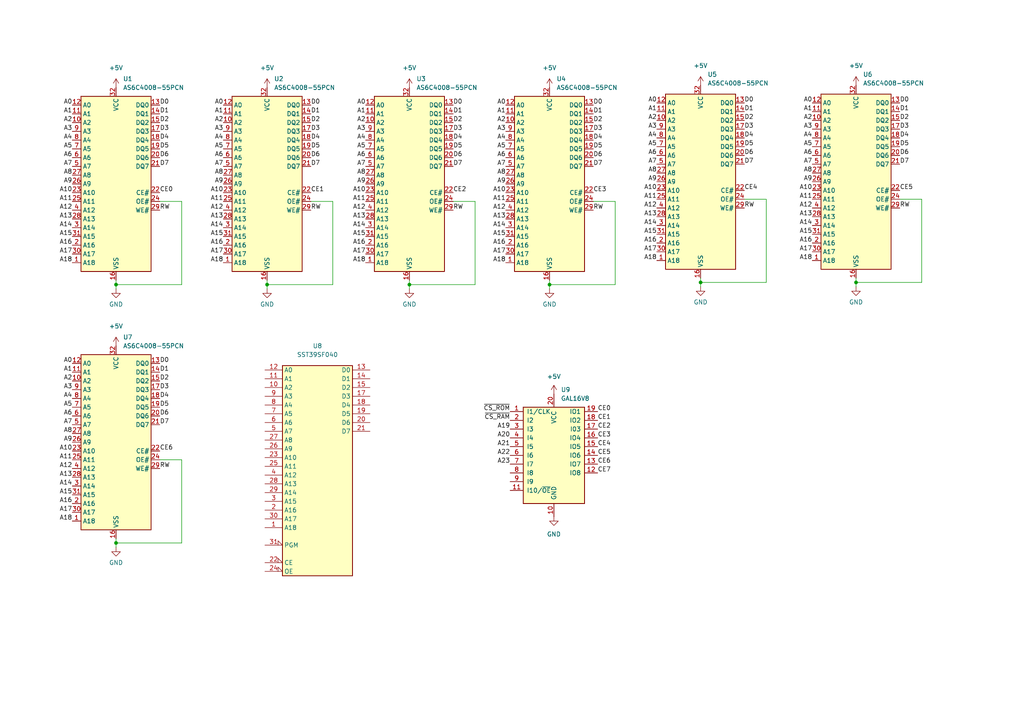
<source format=kicad_sch>
(kicad_sch (version 20211123) (generator eeschema)
  (paper "A4")
  (lib_symbols
    (symbol "Connector_Generic:Conn_02x10_Odd_Even" (pin_names (offset 1.016) hide)
      (property "Reference" "J" (at 1.27 12.7 0))
      (property "Value" "Conn_02x10_Odd_Even" (at 1.27 -15.24 0))
      (symbol "Conn_02x10_Odd_Even_1_1"
        (rectangle (start -1.27 -12.573) (end 0 -12.827) (stroke (width 0.1524)))
        (rectangle (start -1.27 -10.033) (end 0 -10.287) (stroke (width 0.1524)))
        (rectangle (start -1.27 -7.493) (end 0 -7.747) (stroke (width 0.1524)))
        (rectangle (start -1.27 -4.953) (end 0 -5.207) (stroke (width 0.1524)))
        (rectangle (start -1.27 -2.413) (end 0 -2.667) (stroke (width 0.1524)))
        (rectangle (start -1.27 0.127) (end 0 -0.127) (stroke (width 0.1524)))
        (rectangle (start -1.27 2.667) (end 0 2.413) (stroke (width 0.1524)))
        (rectangle (start -1.27 5.207) (end 0 4.953) (stroke (width 0.1524)))
        (rectangle (start -1.27 7.747) (end 0 7.493) (stroke (width 0.1524)))
        (rectangle (start -1.27 10.287) (end 0 10.033) (stroke (width 0.1524)))
        (rectangle (start -1.27 11.43) (end 3.81 -13.97) (stroke (width 0.254)) (fill (type background)))
        (rectangle (start 3.81 -12.573) (end 2.54 -12.827) (stroke (width 0.1524)))
        (rectangle (start 3.81 -10.033) (end 2.54 -10.287) (stroke (width 0.1524)))
        (rectangle (start 3.81 -7.493) (end 2.54 -7.747) (stroke (width 0.1524)))
        (rectangle (start 3.81 -4.953) (end 2.54 -5.207) (stroke (width 0.1524)))
        (rectangle (start 3.81 -2.413) (end 2.54 -2.667) (stroke (width 0.1524)))
        (rectangle (start 3.81 0.127) (end 2.54 -0.127) (stroke (width 0.1524)))
        (rectangle (start 3.81 2.667) (end 2.54 2.413) (stroke (width 0.1524)))
        (rectangle (start 3.81 5.207) (end 2.54 4.953) (stroke (width 0.1524)))
        (rectangle (start 3.81 7.747) (end 2.54 7.493) (stroke (width 0.1524)))
        (rectangle (start 3.81 10.287) (end 2.54 10.033) (stroke (width 0.1524)))
        (pin passive line (at -5.08 10.16 0) (length 3.81) (name "Pin_1") (number "1"))
        (pin passive line (at 7.62 0 180) (length 3.81) (name "Pin_10") (number "10"))
        (pin passive line (at -5.08 -2.54 0) (length 3.81) (name "Pin_11") (number "11"))
        (pin passive line (at 7.62 -2.54 180) (length 3.81) (name "Pin_12") (number "12"))
        (pin passive line (at -5.08 -5.08 0) (length 3.81) (name "Pin_13") (number "13"))
        (pin passive line (at 7.62 -5.08 180) (length 3.81) (name "Pin_14") (number "14"))
        (pin passive line (at -5.08 -7.62 0) (length 3.81) (name "Pin_15") (number "15"))
        (pin passive line (at 7.62 -7.62 180) (length 3.81) (name "Pin_16") (number "16"))
        (pin passive line (at -5.08 -10.16 0) (length 3.81) (name "Pin_17") (number "17"))
        (pin passive line (at 7.62 -10.16 180) (length 3.81) (name "Pin_18") (number "18"))
        (pin passive line (at -5.08 -12.7 0) (length 3.81) (name "Pin_19") (number "19"))
        (pin passive line (at 7.62 10.16 180) (length 3.81) (name "Pin_2") (number "2"))
        (pin passive line (at 7.62 -12.7 180) (length 3.81) (name "Pin_20") (number "20"))
        (pin passive line (at -5.08 7.62 0) (length 3.81) (name "Pin_3") (number "3"))
        (pin passive line (at 7.62 7.62 180) (length 3.81) (name "Pin_4") (number "4"))
        (pin passive line (at -5.08 5.08 0) (length 3.81) (name "Pin_5") (number "5"))
        (pin passive line (at 7.62 5.08 180) (length 3.81) (name "Pin_6") (number "6"))
        (pin passive line (at -5.08 2.54 0) (length 3.81) (name "Pin_7") (number "7"))
        (pin passive line (at 7.62 2.54 180) (length 3.81) (name "Pin_8") (number "8"))
        (pin passive line (at -5.08 0 0) (length 3.81) (name "Pin_9") (number "9"))
      )
    )
    (symbol "Connector_Generic:Conn_02x20_Odd_Even" (pin_names (offset 1.016) hide)
      (property "Reference" "J" (at 1.27 25.4 0))
      (property "Value" "Conn_02x20_Odd_Even" (at 1.27 -27.94 0))
      (symbol "Conn_02x20_Odd_Even_1_1"
        (rectangle (start -1.27 -25.273) (end 0 -25.527) (stroke (width 0.1524)))
        (rectangle (start -1.27 -22.733) (end 0 -22.987) (stroke (width 0.1524)))
        (rectangle (start -1.27 -20.193) (end 0 -20.447) (stroke (width 0.1524)))
        (rectangle (start -1.27 -17.653) (end 0 -17.907) (stroke (width 0.1524)))
        (rectangle (start -1.27 -15.113) (end 0 -15.367) (stroke (width 0.1524)))
        (rectangle (start -1.27 -12.573) (end 0 -12.827) (stroke (width 0.1524)))
        (rectangle (start -1.27 -10.033) (end 0 -10.287) (stroke (width 0.1524)))
        (rectangle (start -1.27 -7.493) (end 0 -7.747) (stroke (width 0.1524)))
        (rectangle (start -1.27 -4.953) (end 0 -5.207) (stroke (width 0.1524)))
        (rectangle (start -1.27 -2.413) (end 0 -2.667) (stroke (width 0.1524)))
        (rectangle (start -1.27 0.127) (end 0 -0.127) (stroke (width 0.1524)))
        (rectangle (start -1.27 2.667) (end 0 2.413) (stroke (width 0.1524)))
        (rectangle (start -1.27 5.207) (end 0 4.953) (stroke (width 0.1524)))
        (rectangle (start -1.27 7.747) (end 0 7.493) (stroke (width 0.1524)))
        (rectangle (start -1.27 10.287) (end 0 10.033) (stroke (width 0.1524)))
        (rectangle (start -1.27 12.827) (end 0 12.573) (stroke (width 0.1524)))
        (rectangle (start -1.27 15.367) (end 0 15.113) (stroke (width 0.1524)))
        (rectangle (start -1.27 17.907) (end 0 17.653) (stroke (width 0.1524)))
        (rectangle (start -1.27 20.447) (end 0 20.193) (stroke (width 0.1524)))
        (rectangle (start -1.27 22.987) (end 0 22.733) (stroke (width 0.1524)))
        (rectangle (start -1.27 24.13) (end 3.81 -26.67) (stroke (width 0.254)) (fill (type background)))
        (rectangle (start 3.81 -25.273) (end 2.54 -25.527) (stroke (width 0.1524)))
        (rectangle (start 3.81 -22.733) (end 2.54 -22.987) (stroke (width 0.1524)))
        (rectangle (start 3.81 -20.193) (end 2.54 -20.447) (stroke (width 0.1524)))
        (rectangle (start 3.81 -17.653) (end 2.54 -17.907) (stroke (width 0.1524)))
        (rectangle (start 3.81 -15.113) (end 2.54 -15.367) (stroke (width 0.1524)))
        (rectangle (start 3.81 -12.573) (end 2.54 -12.827) (stroke (width 0.1524)))
        (rectangle (start 3.81 -10.033) (end 2.54 -10.287) (stroke (width 0.1524)))
        (rectangle (start 3.81 -7.493) (end 2.54 -7.747) (stroke (width 0.1524)))
        (rectangle (start 3.81 -4.953) (end 2.54 -5.207) (stroke (width 0.1524)))
        (rectangle (start 3.81 -2.413) (end 2.54 -2.667) (stroke (width 0.1524)))
        (rectangle (start 3.81 0.127) (end 2.54 -0.127) (stroke (width 0.1524)))
        (rectangle (start 3.81 2.667) (end 2.54 2.413) (stroke (width 0.1524)))
        (rectangle (start 3.81 5.207) (end 2.54 4.953) (stroke (width 0.1524)))
        (rectangle (start 3.81 7.747) (end 2.54 7.493) (stroke (width 0.1524)))
        (rectangle (start 3.81 10.287) (end 2.54 10.033) (stroke (width 0.1524)))
        (rectangle (start 3.81 12.827) (end 2.54 12.573) (stroke (width 0.1524)))
        (rectangle (start 3.81 15.367) (end 2.54 15.113) (stroke (width 0.1524)))
        (rectangle (start 3.81 17.907) (end 2.54 17.653) (stroke (width 0.1524)))
        (rectangle (start 3.81 20.447) (end 2.54 20.193) (stroke (width 0.1524)))
        (rectangle (start 3.81 22.987) (end 2.54 22.733) (stroke (width 0.1524)))
        (pin passive line (at -5.08 22.86 0) (length 3.81) (name "Pin_1") (number "1"))
        (pin passive line (at 7.62 12.7 180) (length 3.81) (name "Pin_10") (number "10"))
        (pin passive line (at -5.08 10.16 0) (length 3.81) (name "Pin_11") (number "11"))
        (pin passive line (at 7.62 10.16 180) (length 3.81) (name "Pin_12") (number "12"))
        (pin passive line (at -5.08 7.62 0) (length 3.81) (name "Pin_13") (number "13"))
        (pin passive line (at 7.62 7.62 180) (length 3.81) (name "Pin_14") (number "14"))
        (pin passive line (at -5.08 5.08 0) (length 3.81) (name "Pin_15") (number "15"))
        (pin passive line (at 7.62 5.08 180) (length 3.81) (name "Pin_16") (number "16"))
        (pin passive line (at -5.08 2.54 0) (length 3.81) (name "Pin_17") (number "17"))
        (pin passive line (at 7.62 2.54 180) (length 3.81) (name "Pin_18") (number "18"))
        (pin passive line (at -5.08 0 0) (length 3.81) (name "Pin_19") (number "19"))
        (pin passive line (at 7.62 22.86 180) (length 3.81) (name "Pin_2") (number "2"))
        (pin passive line (at 7.62 0 180) (length 3.81) (name "Pin_20") (number "20"))
        (pin passive line (at -5.08 -2.54 0) (length 3.81) (name "Pin_21") (number "21"))
        (pin passive line (at 7.62 -2.54 180) (length 3.81) (name "Pin_22") (number "22"))
        (pin passive line (at -5.08 -5.08 0) (length 3.81) (name "Pin_23") (number "23"))
        (pin passive line (at 7.62 -5.08 180) (length 3.81) (name "Pin_24") (number "24"))
        (pin passive line (at -5.08 -7.62 0) (length 3.81) (name "Pin_25") (number "25"))
        (pin passive line (at 7.62 -7.62 180) (length 3.81) (name "Pin_26") (number "26"))
        (pin passive line (at -5.08 -10.16 0) (length 3.81) (name "Pin_27") (number "27"))
        (pin passive line (at 7.62 -10.16 180) (length 3.81) (name "Pin_28") (number "28"))
        (pin passive line (at -5.08 -12.7 0) (length 3.81) (name "Pin_29") (number "29"))
        (pin passive line (at -5.08 20.32 0) (length 3.81) (name "Pin_3") (number "3"))
        (pin passive line (at 7.62 -12.7 180) (length 3.81) (name "Pin_30") (number "30"))
        (pin passive line (at -5.08 -15.24 0) (length 3.81) (name "Pin_31") (number "31"))
        (pin passive line (at 7.62 -15.24 180) (length 3.81) (name "Pin_32") (number "32"))
        (pin passive line (at -5.08 -17.78 0) (length 3.81) (name "Pin_33") (number "33"))
        (pin passive line (at 7.62 -17.78 180) (length 3.81) (name "Pin_34") (number "34"))
        (pin passive line (at -5.08 -20.32 0) (length 3.81) (name "Pin_35") (number "35"))
        (pin passive line (at 7.62 -20.32 180) (length 3.81) (name "Pin_36") (number "36"))
        (pin passive line (at -5.08 -22.86 0) (length 3.81) (name "Pin_37") (number "37"))
        (pin passive line (at 7.62 -22.86 180) (length 3.81) (name "Pin_38") (number "38"))
        (pin passive line (at -5.08 -25.4 0) (length 3.81) (name "Pin_39") (number "39"))
        (pin passive line (at 7.62 20.32 180) (length 3.81) (name "Pin_4") (number "4"))
        (pin passive line (at 7.62 -25.4 180) (length 3.81) (name "Pin_40") (number "40"))
        (pin passive line (at -5.08 17.78 0) (length 3.81) (name "Pin_5") (number "5"))
        (pin passive line (at 7.62 17.78 180) (length 3.81) (name "Pin_6") (number "6"))
        (pin passive line (at -5.08 15.24 0) (length 3.81) (name "Pin_7") (number "7"))
        (pin passive line (at 7.62 15.24 180) (length 3.81) (name "Pin_8") (number "8"))
        (pin passive line (at -5.08 12.7 0) (length 3.81) (name "Pin_9") (number "9"))
      )
    )
    (symbol "Logic_Programmable:GAL16V8" (pin_names (offset 1.016))
      (property "Reference" "U" (at -8.89 16.51 0))
      (property "Value" "GAL16V8" (at 1.27 16.51 0))
      (symbol "GAL16V8_0_0"
        (pin power_in line (at 0 -17.78 90) (length 3.81) (name "GND") (number "10"))
        (pin power_in line (at 0 17.78 270) (length 3.81) (name "VCC") (number "20"))
      )
      (symbol "GAL16V8_0_1"
        (rectangle (start -8.89 13.97) (end 8.89 -13.97) (stroke (width 0.254)) (fill (type background)))
      )
      (symbol "GAL16V8_1_1"
        (pin input line (at -12.7 12.7 0) (length 3.81) (name "I1/CLK") (number "1"))
        (pin input line (at -12.7 -10.16 0) (length 3.81) (name "I10/~{OE}") (number "11"))
        (pin tri_state line (at 12.7 -5.08 180) (length 3.81) (name "IO8") (number "12"))
        (pin tri_state line (at 12.7 -2.54 180) (length 3.81) (name "IO7") (number "13"))
        (pin tri_state line (at 12.7 0 180) (length 3.81) (name "IO6") (number "14"))
        (pin tri_state line (at 12.7 2.54 180) (length 3.81) (name "IO5") (number "15"))
        (pin tri_state line (at 12.7 5.08 180) (length 3.81) (name "IO4") (number "16"))
        (pin tri_state line (at 12.7 7.62 180) (length 3.81) (name "I03") (number "17"))
        (pin tri_state line (at 12.7 10.16 180) (length 3.81) (name "IO2") (number "18"))
        (pin tri_state line (at 12.7 12.7 180) (length 3.81) (name "IO1") (number "19"))
        (pin input line (at -12.7 10.16 0) (length 3.81) (name "I2") (number "2"))
        (pin input line (at -12.7 7.62 0) (length 3.81) (name "I3") (number "3"))
        (pin input line (at -12.7 5.08 0) (length 3.81) (name "I4") (number "4"))
        (pin input line (at -12.7 2.54 0) (length 3.81) (name "I5") (number "5"))
        (pin input line (at -12.7 0 0) (length 3.81) (name "I6") (number "6"))
        (pin input line (at -12.7 -2.54 0) (length 3.81) (name "I7") (number "7"))
        (pin input line (at -12.7 -5.08 0) (length 3.81) (name "I8") (number "8"))
        (pin input line (at -12.7 -7.62 0) (length 3.81) (name "I9") (number "9"))
      )
    )
    (symbol "Memory_Flash:SST39SF040"
      (property "Reference" "U" (at 2.54 33.02 0))
      (property "Value" "SST39SF040" (at 0 -30.48 0))
      (symbol "SST39SF040_0_0"
        (pin power_in line (at 0 -30.48 90) (length 1.27) hide (name "GND") (number "16"))
        (pin power_in line (at 0 33.02 270) (length 1.27) hide (name "VCC") (number "32"))
      )
      (symbol "SST39SF040_0_1"
        (rectangle (start -10.16 31.75) (end 10.16 -29.21) (stroke (width 0.254)) (fill (type background)))
      )
      (symbol "SST39SF040_1_1"
        (pin input line (at -15.24 -15.24 0) (length 5.08) (name "A18") (number "1"))
        (pin input line (at -15.24 25.4 0) (length 5.08) (name "A2") (number "10"))
        (pin input line (at -15.24 27.94 0) (length 5.08) (name "A1") (number "11"))
        (pin input line (at -15.24 30.48 0) (length 5.08) (name "A0") (number "12"))
        (pin tri_state line (at 15.24 30.48 180) (length 5.08) (name "D0") (number "13"))
        (pin tri_state line (at 15.24 27.94 180) (length 5.08) (name "D1") (number "14"))
        (pin tri_state line (at 15.24 25.4 180) (length 5.08) (name "D2") (number "15"))
        (pin tri_state line (at 15.24 22.86 180) (length 5.08) (name "D3") (number "17"))
        (pin tri_state line (at 15.24 20.32 180) (length 5.08) (name "D4") (number "18"))
        (pin tri_state line (at 15.24 17.78 180) (length 5.08) (name "D5") (number "19"))
        (pin input line (at -15.24 -10.16 0) (length 5.08) (name "A16") (number "2"))
        (pin tri_state line (at 15.24 15.24 180) (length 5.08) (name "D6") (number "20"))
        (pin tri_state line (at 15.24 12.7 180) (length 5.08) (name "D7") (number "21"))
        (pin input input_low (at -15.24 -25.4 0) (length 5.08) (name "CE") (number "22"))
        (pin input line (at -15.24 5.08 0) (length 5.08) (name "A10") (number "23"))
        (pin input input_low (at -15.24 -27.94 0) (length 5.08) (name "OE") (number "24"))
        (pin input line (at -15.24 2.54 0) (length 5.08) (name "A11") (number "25"))
        (pin input line (at -15.24 7.62 0) (length 5.08) (name "A9") (number "26"))
        (pin input line (at -15.24 10.16 0) (length 5.08) (name "A8") (number "27"))
        (pin input line (at -15.24 -2.54 0) (length 5.08) (name "A13") (number "28"))
        (pin input line (at -15.24 -5.08 0) (length 5.08) (name "A14") (number "29"))
        (pin input line (at -15.24 -7.62 0) (length 5.08) (name "A15") (number "3"))
        (pin input line (at -15.24 -12.7 0) (length 5.08) (name "A17") (number "30"))
        (pin input input_low (at -15.24 -20.32 0) (length 5.08) (name "PGM") (number "31"))
        (pin input line (at -15.24 0 0) (length 5.08) (name "A12") (number "4"))
        (pin input line (at -15.24 12.7 0) (length 5.08) (name "A7") (number "5"))
        (pin input line (at -15.24 15.24 0) (length 5.08) (name "A6") (number "6"))
        (pin input line (at -15.24 17.78 0) (length 5.08) (name "A5") (number "7"))
        (pin input line (at -15.24 20.32 0) (length 5.08) (name "A4") (number "8"))
        (pin input line (at -15.24 22.86 0) (length 5.08) (name "A3") (number "9"))
      )
    )
    (symbol "Memory_RAM:AS6C4008-55PCN"
      (property "Reference" "U" (at -10.16 26.035 0))
      (property "Value" "AS6C4008-55PCN" (at 2.54 26.035 0))
      (symbol "AS6C4008-55PCN_0_0"
        (pin power_in line (at 0 -27.94 90) (length 2.54) (name "VSS") (number "16"))
        (pin power_in line (at 0 27.94 270) (length 2.54) (name "VCC") (number "32"))
      )
      (symbol "AS6C4008-55PCN_0_1"
        (rectangle (start -10.16 25.4) (end 10.16 -25.4) (stroke (width 0.254)) (fill (type background)))
      )
      (symbol "AS6C4008-55PCN_1_1"
        (pin input line (at -12.7 -22.86 0) (length 2.54) (name "A18") (number "1"))
        (pin input line (at -12.7 17.78 0) (length 2.54) (name "A2") (number "10"))
        (pin input line (at -12.7 20.32 0) (length 2.54) (name "A1") (number "11"))
        (pin input line (at -12.7 22.86 0) (length 2.54) (name "A0") (number "12"))
        (pin tri_state line (at 12.7 22.86 180) (length 2.54) (name "DQ0") (number "13"))
        (pin tri_state line (at 12.7 20.32 180) (length 2.54) (name "DQ1") (number "14"))
        (pin tri_state line (at 12.7 17.78 180) (length 2.54) (name "DQ2") (number "15"))
        (pin tri_state line (at 12.7 15.24 180) (length 2.54) (name "DQ3") (number "17"))
        (pin tri_state line (at 12.7 12.7 180) (length 2.54) (name "DQ4") (number "18"))
        (pin tri_state line (at 12.7 10.16 180) (length 2.54) (name "DQ5") (number "19"))
        (pin input line (at -12.7 -17.78 0) (length 2.54) (name "A16") (number "2"))
        (pin tri_state line (at 12.7 7.62 180) (length 2.54) (name "DQ6") (number "20"))
        (pin tri_state line (at 12.7 5.08 180) (length 2.54) (name "DQ7") (number "21"))
        (pin input line (at 12.7 -2.54 180) (length 2.54) (name "CE#") (number "22"))
        (pin input line (at -12.7 -2.54 0) (length 2.54) (name "A10") (number "23"))
        (pin input line (at 12.7 -5.08 180) (length 2.54) (name "OE#") (number "24"))
        (pin input line (at -12.7 -5.08 0) (length 2.54) (name "A11") (number "25"))
        (pin input line (at -12.7 0 0) (length 2.54) (name "A9") (number "26"))
        (pin input line (at -12.7 2.54 0) (length 2.54) (name "A8") (number "27"))
        (pin input line (at -12.7 -10.16 0) (length 2.54) (name "A13") (number "28"))
        (pin input line (at 12.7 -7.62 180) (length 2.54) (name "WE#") (number "29"))
        (pin input line (at -12.7 -12.7 0) (length 2.54) (name "A14") (number "3"))
        (pin input line (at -12.7 -20.32 0) (length 2.54) (name "A17") (number "30"))
        (pin input line (at -12.7 -15.24 0) (length 2.54) (name "A15") (number "31"))
        (pin input line (at -12.7 -7.62 0) (length 2.54) (name "A12") (number "4"))
        (pin input line (at -12.7 5.08 0) (length 2.54) (name "A7") (number "5"))
        (pin input line (at -12.7 7.62 0) (length 2.54) (name "A6") (number "6"))
        (pin input line (at -12.7 10.16 0) (length 2.54) (name "A5") (number "7"))
        (pin input line (at -12.7 12.7 0) (length 2.54) (name "A4") (number "8"))
        (pin input line (at -12.7 15.24 0) (length 2.54) (name "A3") (number "9"))
      )
    )
    (symbol "power:+5V" (power) (pin_names (offset 0))
      (property "Value" "+5V" (at 0 3.556 0))
      (symbol "+5V_0_1"
        (polyline (pts (xy -0.762 1.27) (xy 0 2.54)))
        (polyline (pts (xy 0 0) (xy 0 2.54)))
        (polyline (pts (xy 0 2.54) (xy 0.762 1.27)))
      )
      (symbol "+5V_1_1"
        (pin power_in line (at 0 0 90) (length 0) hide (name "+5V") (number "1"))
      )
    )
    (symbol "power:GND" (power) (pin_names (offset 0))
      (property "Value" "GND" (at 0 -3.81 0))
      (symbol "GND_0_1"
        (polyline (pts (xy 0 0) (xy 0 -1.27) (xy 1.27 -1.27) (xy 0 -2.54) (xy -1.27 -1.27) (xy 0 -1.27)))
      )
      (symbol "GND_1_1"
        (pin power_in line (at 0 0 270) (length 0) hide (name "GND") (number "1"))
      )
    )
  )
  (junction (at 159.385 82.55))
  (junction (at 33.655 82.55))
  (junction (at 33.655 157.48))
  (junction (at 203.2 81.915))
  (junction (at 77.47 82.55))
  (junction (at 118.745 82.55))
  (junction (at 248.285 81.915))
  (wire (pts (xy 313.69 55.245) (xy 325.12 55.245)))
  (wire (pts (xy 118.745 83.82) (xy 118.745 82.55)))
  (wire (pts (xy 52.705 82.55) (xy 33.655 82.55)))
  (wire (pts (xy 52.705 58.42) (xy 52.705 82.55)))
  (wire (pts (xy 96.52 58.42) (xy 96.52 82.55)))
  (wire (pts (xy 203.2 81.915) (xy 203.2 80.645)))
  (wire (pts (xy 159.385 83.82) (xy 159.385 82.55)))
  (wire (pts (xy 52.705 133.35) (xy 52.705 157.48)))
  (wire (pts (xy 33.655 158.75) (xy 33.655 157.48)))
  (wire (pts (xy 316.23 103.505) (xy 325.12 103.505)))
  (wire (pts (xy 248.285 81.915) (xy 248.285 80.645)))
  (wire (pts (xy 172.085 58.42) (xy 178.435 58.42)))
  (wire (pts (xy 203.2 83.185) (xy 203.2 81.915)))
  (wire (pts (xy 77.47 83.82) (xy 77.47 82.55)))
  (wire (pts (xy 260.985 57.785) (xy 267.335 57.785)))
  (wire (pts (xy 52.705 157.48) (xy 33.655 157.48)))
  (wire (pts (xy 33.655 83.82) (xy 33.655 82.55)))
  (wire (pts (xy 137.795 82.55) (xy 118.745 82.55)))
  (wire (pts (xy 267.335 57.785) (xy 267.335 81.915)))
  (wire (pts (xy 178.435 58.42) (xy 178.435 82.55)))
  (wire (pts (xy 267.335 81.915) (xy 248.285 81.915)))
  (wire (pts (xy 316.23 135.255) (xy 325.12 135.255)))
  (wire (pts (xy 344.805 53.34) (xy 344.805 57.785)))
  (wire (pts (xy 46.355 58.42) (xy 52.705 58.42)))
  (wire (pts (xy 248.285 83.185) (xy 248.285 81.915)))
  (wire (pts (xy 90.17 58.42) (xy 96.52 58.42)))
  (wire (pts (xy 313.69 80.645) (xy 325.12 80.645)))
  (wire (pts (xy 96.52 82.55) (xy 77.47 82.55)))
  (wire (pts (xy 337.82 80.645) (xy 347.98 80.645)))
  (wire (pts (xy 118.745 82.55) (xy 118.745 81.28)))
  (wire (pts (xy 344.805 57.785) (xy 337.82 57.785)))
  (wire (pts (xy 77.47 82.55) (xy 77.47 81.28)))
  (wire (pts (xy 316.865 57.785) (xy 325.12 57.785)))
  (wire (pts (xy 337.82 103.505) (xy 348.615 103.505)))
  (wire (pts (xy 137.795 58.42) (xy 137.795 82.55)))
  (wire (pts (xy 131.445 58.42) (xy 137.795 58.42)))
  (wire (pts (xy 222.25 81.915) (xy 203.2 81.915)))
  (wire (pts (xy 337.82 55.245) (xy 347.98 55.245)))
  (wire (pts (xy 33.655 82.55) (xy 33.655 81.28)))
  (wire (pts (xy 337.82 135.255) (xy 348.615 135.255)))
  (wire (pts (xy 33.655 157.48) (xy 33.655 156.21)))
  (wire (pts (xy 215.9 57.785) (xy 222.25 57.785)))
  (wire (pts (xy 159.385 82.55) (xy 159.385 81.28)))
  (wire (pts (xy 46.355 133.35) (xy 52.705 133.35)))
  (wire (pts (xy 222.25 57.785) (xy 222.25 81.915)))
  (wire (pts (xy 178.435 82.55) (xy 159.385 82.55)))
  (wire (pts (xy 316.865 53.34) (xy 316.865 57.785)))
  (label "~{IRQ3}" (at 337.82 125.095 0))
  (label "A16" (at 235.585 70.485 180))
  (label "A20" (at 325.12 117.475 180))
  (label "D6" (at 90.17 45.72 0))
  (label "D0" (at 325.12 60.325 180))
  (label "A1" (at 20.955 33.02 180))
  (label "A8" (at 20.955 125.73 180))
  (label "A15" (at 106.045 68.58 180))
  (label "A12" (at 64.77 60.96 180))
  (label "CLK" (at 337.82 100.965 0))
  (label "D4" (at 46.355 40.64 0))
  (label "A16" (at 146.685 71.12 180))
  (label "D5" (at 46.355 43.18 0))
  (label "A6" (at 106.045 45.72 180))
  (label "A11" (at 20.955 133.35 180))
  (label "A14" (at 106.045 66.04 180))
  (label "D5" (at 172.085 43.18 0))
  (label "A4" (at 64.77 40.64 180))
  (label "D1" (at 46.355 107.95 0))
  (label "D5" (at 90.17 43.18 0))
  (label "A8" (at 325.12 83.185 180))
  (label "A12" (at 235.585 60.325 180))
  (label "A15" (at 190.5 67.945 180))
  (label "A19" (at 337.82 114.935 0))
  (label "A19" (at 147.955 124.46 180))
  (label "D6" (at 260.985 45.085 0))
  (label "A9" (at 235.585 52.705 180))
  (label "A3" (at 64.77 38.1 180))
  (label "D3" (at 215.9 37.465 0))
  (label "A9" (at 190.5 52.705 180))
  (label "RW" (at 325.12 95.885 180))
  (label "D7" (at 46.355 48.26 0))
  (label "A7" (at 106.045 48.26 180))
  (label "A17" (at 337.82 112.395 0))
  (label "A6" (at 235.585 45.085 180))
  (label "A4" (at 190.5 40.005 180))
  (label "D6" (at 172.085 45.72 0))
  (label "~{CS_ROM}" (at 325.12 98.425 180))
  (label "A2" (at 190.5 34.925 180))
  (label "A2" (at 235.585 34.925 180))
  (label "A2" (at 325.12 73.025 180))
  (label "A9" (at 106.045 53.34 180))
  (label "D6" (at 325.12 67.945 180))
  (label "A9" (at 20.955 128.27 180))
  (label "D6" (at 46.355 120.65 0))
  (label "A9" (at 20.955 53.34 180))
  (label "A4" (at 20.955 40.64 180))
  (label "A1" (at 146.685 33.02 180))
  (label "A3" (at 190.5 37.465 180))
  (label "D0" (at 131.445 30.48 0))
  (label "D7" (at 90.17 48.26 0))
  (label "D6" (at 131.445 45.72 0))
  (label "A14" (at 20.955 66.04 180))
  (label "A15" (at 20.955 143.51 180))
  (label "A9" (at 64.77 53.34 180))
  (label "D2" (at 46.355 110.49 0))
  (label "CE4" (at 173.355 129.54 0))
  (label "A7" (at 146.685 48.26 180))
  (label "A6" (at 20.955 120.65 180))
  (label "A17" (at 190.5 73.025 180))
  (label "CE7" (at 173.355 137.16 0))
  (label "A15" (at 64.77 68.58 180))
  (label "A9" (at 337.82 83.185 0))
  (label "A5" (at 337.82 75.565 0))
  (label "A7" (at 337.82 78.105 0))
  (label "A13" (at 64.77 63.5 180))
  (label "A8" (at 190.5 50.165 180))
  (label "RW" (at 260.985 60.325 0))
  (label "A5" (at 20.955 43.18 180))
  (label "A22" (at 325.12 120.015 180))
  (label "A13" (at 20.955 63.5 180))
  (label "D1" (at 131.445 33.02 0))
  (label "A2" (at 146.685 35.56 180))
  (label "IACK" (at 325.12 122.555 180))
  (label "A17" (at 20.955 73.66 180))
  (label "D3" (at 90.17 38.1 0))
  (label "A5" (at 20.955 118.11 180))
  (label "A21" (at 337.82 117.475 0))
  (label "A8" (at 106.045 50.8 180))
  (label "RW" (at 46.355 60.96 0))
  (label "D2" (at 46.355 35.56 0))
  (label "A18" (at 64.77 76.2 180))
  (label "A18" (at 20.955 151.13 180))
  (label "A13" (at 190.5 62.865 180))
  (label "A17" (at 106.045 73.66 180))
  (label "CE2" (at 131.445 55.88 0))
  (label "~{IRQ4}" (at 325.12 127.635 180))
  (label "A15" (at 146.685 68.58 180))
  (label "D7" (at 172.085 48.26 0))
  (label "RW" (at 46.355 135.89 0))
  (label "D7" (at 337.82 67.945 0))
  (label "~{IRQ5}" (at 337.82 127.635 0))
  (label "D1" (at 215.9 32.385 0))
  (label "A10" (at 325.12 85.725 180))
  (label "A6" (at 20.955 45.72 180))
  (label "A18" (at 20.955 76.2 180))
  (label "A0" (at 146.685 30.48 180))
  (label "D4" (at 90.17 40.64 0))
  (label "A13" (at 235.585 62.865 180))
  (label "A1" (at 106.045 33.02 180))
  (label "A0" (at 106.045 30.48 180))
  (label "A12" (at 146.685 60.96 180))
  (label "A17" (at 146.685 73.66 180))
  (label "A20" (at 147.955 127 180))
  (label "D3" (at 46.355 113.03 0))
  (label "A16" (at 106.045 71.12 180))
  (label "A0" (at 325.12 70.485 180))
  (label "A11" (at 235.585 57.785 180))
  (label "A6" (at 325.12 78.105 180))
  (label "A3" (at 146.685 38.1 180))
  (label "A16" (at 20.955 71.12 180))
  (label "A1" (at 20.955 107.95 180))
  (label "A0" (at 235.585 29.845 180))
  (label "A10" (at 20.955 55.88 180))
  (label "A11" (at 337.82 85.725 0))
  (label "D1" (at 90.17 33.02 0))
  (label "D7" (at 260.985 47.625 0))
  (label "RW" (at 90.17 60.96 0))
  (label "A5" (at 235.585 42.545 180))
  (label "~{AS}" (at 325.12 93.345 180))
  (label "A4" (at 235.585 40.005 180))
  (label "D4" (at 172.085 40.64 0))
  (label "~{CS_RAM}" (at 337.82 98.425 0))
  (label "D6" (at 46.355 45.72 0))
  (label "D1" (at 337.82 60.325 0))
  (label "A13" (at 337.82 88.265 0))
  (label "A16" (at 190.5 70.485 180))
  (label "A9" (at 146.685 53.34 180))
  (label "A16" (at 20.955 146.05 180))
  (label "CE6" (at 173.355 134.62 0))
  (label "D5" (at 131.445 43.18 0))
  (label "CE5" (at 260.985 55.245 0))
  (label "A12" (at 190.5 60.325 180))
  (label "CE1" (at 173.355 121.92 0))
  (label "A5" (at 106.045 43.18 180))
  (label "A23" (at 147.955 134.62 180))
  (label "A13" (at 20.955 138.43 180))
  (label "A14" (at 190.5 65.405 180))
  (label "CE1" (at 90.17 55.88 0))
  (label "D7" (at 131.445 48.26 0))
  (label "D4" (at 131.445 40.64 0))
  (label "A0" (at 20.955 105.41 180))
  (label "D0" (at 215.9 29.845 0))
  (label "A17" (at 64.77 73.66 180))
  (label "A14" (at 64.77 66.04 180))
  (label "D0" (at 260.985 29.845 0))
  (label "A8" (at 146.685 50.8 180))
  (label "D1" (at 260.985 32.385 0))
  (label "D3" (at 131.445 38.1 0))
  (label "A1" (at 64.77 33.02 180))
  (label "CE0" (at 46.355 55.88 0))
  (label "A18" (at 235.585 75.565 180))
  (label "D0" (at 46.355 105.41 0))
  (label "~{CS_RAM}" (at 147.955 121.92 180))
  (label "A14" (at 146.685 66.04 180))
  (label "A12" (at 325.12 88.265 180))
  (label "A4" (at 325.12 75.565 180))
  (label "D2" (at 172.085 35.56 0))
  (label "~{IRQ1}" (at 337.82 122.555 0))
  (label "D1" (at 46.355 33.02 0))
  (label "~{IRQ2}" (at 325.12 125.095 180))
  (label "D2" (at 215.9 34.925 0))
  (label "A6" (at 190.5 45.085 180))
  (label "A2" (at 20.955 110.49 180))
  (label "A3" (at 235.585 37.465 180))
  (label "A1" (at 337.82 70.485 0))
  (label "A3" (at 20.955 38.1 180))
  (label "D2" (at 90.17 35.56 0))
  (label "A15" (at 20.955 68.58 180))
  (label "A3" (at 337.82 73.025 0))
  (label "A0" (at 190.5 29.845 180))
  (label "A12" (at 20.955 60.96 180))
  (label "A14" (at 325.12 90.805 180))
  (label "RST_OUT" (at 337.82 132.715 0))
  (label "CE3" (at 172.085 55.88 0))
  (label "D4" (at 260.985 40.005 0))
  (label "D4" (at 46.355 115.57 0))
  (label "A17" (at 235.585 73.025 180))
  (label "D6" (at 215.9 45.085 0))
  (label "D3" (at 172.085 38.1 0))
  (label "A6" (at 64.77 45.72 180))
  (label "A6" (at 146.685 45.72 180))
  (label "A11" (at 64.77 58.42 180))
  (label "A1" (at 235.585 32.385 180))
  (label "D5" (at 215.9 42.545 0))
  (label "RW" (at 172.085 60.96 0))
  (label "D0" (at 46.355 30.48 0))
  (label "CE2" (at 173.355 124.46 0))
  (label "A15" (at 235.585 67.945 180))
  (label "RW" (at 131.445 60.96 0))
  (label "A0" (at 20.955 30.48 180))
  (label "A10" (at 235.585 55.245 180))
  (label "D3" (at 337.82 62.865 0))
  (label "A1" (at 190.5 32.385 180))
  (label "D5" (at 337.82 65.405 0))
  (label "A17" (at 20.955 148.59 180))
  (label "A8" (at 235.585 50.165 180))
  (label "A10" (at 146.685 55.88 180))
  (label "A0" (at 64.77 30.48 180))
  (label "D1" (at 172.085 33.02 0))
  (label "RST_IN" (at 325.12 132.715 180))
  (label "A23" (at 337.82 120.015 0))
  (label "A4" (at 106.045 40.64 180))
  (label "~{CS_ROM}" (at 147.955 119.38 180))
  (label "A7" (at 190.5 47.625 180))
  (label "A5" (at 64.77 43.18 180))
  (label "CE4" (at 215.9 55.245 0))
  (label "A10" (at 20.955 130.81 180))
  (label "A7" (at 64.77 48.26 180))
  (label "A22" (at 147.955 132.08 180))
  (label "A7" (at 20.955 48.26 180))
  (label "A11" (at 190.5 57.785 180))
  (label "D3" (at 260.985 37.465 0))
  (label "CE5" (at 173.355 132.08 0))
  (label "A16" (at 325.12 112.395 180))
  (label "D2" (at 325.12 62.865 180))
  (label "A2" (at 64.77 35.56 180))
  (label "A4" (at 20.955 115.57 180))
  (label "A10" (at 106.045 55.88 180))
  (label "A18" (at 325.12 114.935 180))
  (label "A16" (at 64.77 71.12 180))
  (label "A11" (at 20.955 58.42 180))
  (label "A14" (at 20.955 140.97 180))
  (label "A13" (at 146.685 63.5 180))
  (label "CE3" (at 173.355 127 0))
  (label "D5" (at 46.355 118.11 0))
  (label "A10" (at 190.5 55.245 180))
  (label "D3" (at 46.355 38.1 0))
  (label "A8" (at 20.955 50.8 180))
  (label "A12" (at 20.955 135.89 180))
  (label "A11" (at 106.045 58.42 180))
  (label "D5" (at 260.985 42.545 0))
  (label "~{DS}" (at 337.82 93.345 0))
  (label "~{IRQ7}" (at 337.82 130.175 0))
  (label "A12" (at 106.045 60.96 180))
  (label "A3" (at 106.045 38.1 180))
  (label "CE6" (at 46.355 130.81 0))
  (label "~{DTACK_EXT}" (at 337.82 95.885 0))
  (label "RW" (at 215.9 60.325 0))
  (label "A3" (at 20.955 113.03 180))
  (label "D2" (at 260.985 34.925 0))
  (label "A2" (at 20.955 35.56 180))
  (label "D0" (at 90.17 30.48 0))
  (label "~{CS_IO}" (at 325.12 100.965 180))
  (label "A15" (at 337.82 90.805 0))
  (label "A5" (at 146.685 43.18 180))
  (label "CE0" (at 173.355 119.38 0))
  (label "A8" (at 64.77 50.8 180))
  (label "D2" (at 131.445 35.56 0))
  (label "A18" (at 190.5 75.565 180))
  (label "A11" (at 146.685 58.42 180))
  (label "A14" (at 235.585 65.405 180))
  (label "D7" (at 46.355 123.19 0))
  (label "A7" (at 20.955 123.19 180))
  (label "A13" (at 106.045 63.5 180))
  (label "A21" (at 147.955 129.54 180))
  (label "A2" (at 106.045 35.56 180))
  (label "D7" (at 215.9 47.625 0))
  (label "~{IRQ6}" (at 325.12 130.175 180))
  (label "D4" (at 325.12 65.405 180))
  (label "A10" (at 64.77 55.88 180))
  (label "D0" (at 172.085 30.48 0))
  (label "A18" (at 106.045 76.2 180))
  (label "A18" (at 146.685 76.2 180))
  (label "A4" (at 146.685 40.64 180))
  (label "A5" (at 190.5 42.545 180))
  (label "A7" (at 235.585 47.625 180))
  (label "D4" (at 215.9 40.005 0))
  (symbol (lib_id "Connector_Generic:Conn_02x20_Odd_Even") (at 330.2 78.105 0) (unit 1)
    (property "Reference" "J1" (at 331.47 48.895 0))
    (property "Value" "Conn_02x20_Odd_Even" (at 331.47 51.435 0))
    (property "Footprint" "Connector_PinSocket_2.54mm:PinSocket_2x20_P2.54mm_Horizontal" (effects hide))
  )
  (symbol (lib_id "power:+5V") (at 159.385 25.4 0) (unit 1)
    (property "Reference" "#PWR0104" (effects hide))
    (property "Value" "+5V" (at 159.385 19.685 0))
  )
  (symbol (lib_id "power:+5V") (at 77.47 25.4 0) (unit 1)
    (property "Reference" "#PWR0108" (effects hide))
    (property "Value" "+5V" (at 77.47 19.685 0))
  )
  (symbol (lib_id "power:GND") (at 33.655 158.75 0) (unit 1)
    (property "Reference" "#PWR0113" (effects hide))
    (property "Value" "GND" (at 33.655 163.195 0))
  )
  (symbol (lib_id "power:GND") (at 316.23 135.255 0) (unit 1)
    (property "Reference" "#PWR0122" (effects hide))
    (property "Value" "GND" (at 316.23 140.335 0))
  )
  (symbol (lib_id "Memory_RAM:AS6C4008-55PCN") (at 33.655 53.34 0) (unit 1)
    (property "Reference" "U1" (at 35.6744 22.86 0) (effects (justify left)))
    (property "Value" "AS6C4008-55PCN" (at 35.6744 25.4 0) (effects (justify left)))
    (property "Footprint" "Package_DIP:DIP-32_W15.24mm_Socket" (effects hide))
    (property "Datasheet" "https://www.alliancememory.com/wp-content/uploads/pdf/AS6C4008.pdf" (effects hide))
  )
  (symbol (lib_id "power:+5V") (at 33.655 100.33 0) (unit 1)
    (property "Reference" "#PWR0114" (effects hide))
    (property "Value" "+5V" (at 33.655 94.615 0))
  )
  (symbol (lib_id "power:GND") (at 347.98 80.645 0) (unit 1)
    (property "Reference" "#PWR0126" (effects hide))
    (property "Value" "GND" (at 347.98 85.725 0))
  )
  (symbol (lib_id "power:+5V") (at 203.2 24.765 0) (unit 1)
    (property "Reference" "#PWR0101" (effects hide))
    (property "Value" "+5V" (at 203.2 19.05 0))
  )
  (symbol (lib_id "power:GND") (at 159.385 83.82 0) (unit 1)
    (property "Reference" "#PWR0103" (effects hide))
    (property "Value" "GND" (at 159.385 88.265 0))
  )
  (symbol (lib_id "power:+5V") (at 316.865 53.34 0) (unit 1)
    (property "Reference" "#PWR0115" (effects hide))
    (property "Value" "+5V" (at 316.865 47.625 0))
  )
  (symbol (lib_id "power:+5V") (at 248.285 24.765 0) (unit 1)
    (property "Reference" "#PWR0105" (effects hide))
    (property "Value" "+5V" (at 248.285 19.05 0))
  )
  (symbol (lib_id "power:+5V") (at 118.745 25.4 0) (unit 1)
    (property "Reference" "#PWR0112" (effects hide))
    (property "Value" "+5V" (at 118.745 19.685 0))
  )
  (symbol (lib_id "Memory_RAM:AS6C4008-55PCN") (at 118.745 53.34 0) (unit 1)
    (property "Reference" "U3" (at 120.7644 22.86 0) (effects (justify left)))
    (property "Value" "AS6C4008-55PCN" (at 120.7644 25.4 0) (effects (justify left)))
    (property "Footprint" "Package_DIP:DIP-32_W15.24mm_Socket" (effects hide))
    (property "Datasheet" "https://www.alliancememory.com/wp-content/uploads/pdf/AS6C4008.pdf" (effects hide))
  )
  (symbol (lib_id "Memory_RAM:AS6C4008-55PCN") (at 77.47 53.34 0) (unit 1)
    (property "Reference" "U2" (at 79.4894 22.86 0) (effects (justify left)))
    (property "Value" "AS6C4008-55PCN" (at 79.4894 25.4 0) (effects (justify left)))
    (property "Footprint" "Package_DIP:DIP-32_W15.24mm_Socket" (effects hide))
    (property "Datasheet" "https://www.alliancememory.com/wp-content/uploads/pdf/AS6C4008.pdf" (effects hide))
  )
  (symbol (lib_id "Memory_RAM:AS6C4008-55PCN") (at 248.285 52.705 0) (unit 1)
    (property "Reference" "U6" (at 250.3044 21.59 0) (effects (justify left)))
    (property "Value" "AS6C4008-55PCN" (at 250.3044 24.13 0) (effects (justify left)))
    (property "Footprint" "Package_DIP:DIP-32_W15.24mm_Socket" (effects hide))
    (property "Datasheet" "https://www.alliancememory.com/wp-content/uploads/pdf/AS6C4008.pdf" (effects hide))
  )
  (symbol (lib_id "power:GND") (at 248.285 83.185 0) (unit 1)
    (property "Reference" "#PWR0106" (effects hide))
    (property "Value" "GND" (at 248.285 87.63 0))
  )
  (symbol (lib_id "power:GND") (at 77.47 83.82 0) (unit 1)
    (property "Reference" "#PWR0107" (effects hide))
    (property "Value" "GND" (at 77.47 88.265 0))
  )
  (symbol (lib_id "Connector_Generic:Conn_02x10_Odd_Even") (at 330.2 122.555 0) (unit 1)
    (property "Reference" "J2" (at 331.47 106.045 0))
    (property "Value" "Conn_02x10_Odd_Even" (at 331.47 108.585 0))
    (property "Footprint" "Connector_PinSocket_2.54mm:PinSocket_2x10_P2.54mm_Horizontal" (effects hide))
  )
  (symbol (lib_id "power:GND") (at 203.2 83.185 0) (unit 1)
    (property "Reference" "#PWR0102" (effects hide))
    (property "Value" "GND" (at 203.2 87.63 0))
  )
  (symbol (lib_id "power:GND") (at 348.615 135.255 0) (unit 1)
    (property "Reference" "#PWR0123" (effects hide))
    (property "Value" "GND" (at 348.615 140.335 0))
  )
  (symbol (lib_id "power:+5V") (at 33.655 25.4 0) (unit 1)
    (property "Reference" "#PWR0109" (effects hide))
    (property "Value" "+5V" (at 33.655 19.685 0))
  )
  (symbol (lib_id "power:GND") (at 313.69 55.245 0) (unit 1)
    (property "Reference" "#PWR0121" (effects hide))
    (property "Value" "GND" (at 313.69 60.325 0))
  )
  (symbol (lib_id "Logic_Programmable:GAL16V8") (at 160.655 132.08 0) (unit 1)
    (property "Reference" "U9" (at 162.6744 113.03 0) (effects (justify left)))
    (property "Value" "GAL16V8" (at 162.6744 115.57 0) (effects (justify left)))
    (property "Footprint" "Package_DIP:DIP-20_W7.62mm_Socket" (effects hide))
  )
  (symbol (lib_id "power:+5V") (at 344.805 53.34 0) (unit 1)
    (property "Reference" "#PWR0119" (effects hide))
    (property "Value" "+5V" (at 344.805 47.625 0))
  )
  (symbol (lib_id "power:GND") (at 316.23 103.505 0) (unit 1)
    (property "Reference" "#PWR0125" (effects hide))
    (property "Value" "GND" (at 316.23 108.585 0))
  )
  (symbol (lib_id "power:GND") (at 160.655 149.86 0) (unit 1)
    (property "Reference" "#PWR0117" (effects hide))
    (property "Value" "GND" (at 160.655 154.94 0))
  )
  (symbol (lib_id "Memory_RAM:AS6C4008-55PCN") (at 33.655 128.27 0) (unit 1)
    (property "Reference" "U7" (at 35.6744 97.79 0) (effects (justify left)))
    (property "Value" "AS6C4008-55PCN" (at 35.6744 100.33 0) (effects (justify left)))
    (property "Footprint" "Package_DIP:DIP-32_W15.24mm_Socket" (effects hide))
    (property "Datasheet" "https://www.alliancememory.com/wp-content/uploads/pdf/AS6C4008.pdf" (effects hide))
  )
  (symbol (lib_id "power:GND") (at 347.98 55.245 0) (unit 1)
    (property "Reference" "#PWR0116" (effects hide))
    (property "Value" "GND" (at 347.98 60.325 0))
  )
  (symbol (lib_id "power:GND") (at 33.655 83.82 0) (unit 1)
    (property "Reference" "#PWR0110" (effects hide))
    (property "Value" "GND" (at 33.655 88.265 0))
  )
  (symbol (lib_id "Memory_RAM:AS6C4008-55PCN") (at 203.2 52.705 0) (unit 1)
    (property "Reference" "U5" (at 205.2194 21.59 0) (effects (justify left)))
    (property "Value" "AS6C4008-55PCN" (at 205.2194 24.13 0) (effects (justify left)))
    (property "Footprint" "Package_DIP:DIP-32_W15.24mm_Socket" (effects hide))
    (property "Datasheet" "https://www.alliancememory.com/wp-content/uploads/pdf/AS6C4008.pdf" (effects hide))
  )
  (symbol (lib_id "Memory_Flash:SST39SF040") (at 92.075 137.795 0) (unit 1)
    (property "Reference" "U8" (at 92.075 100.33 0))
    (property "Value" "SST39SF040" (at 92.075 102.87 0))
    (property "Footprint" "Package_DIP:DIP-32_W15.24mm_Socket" (effects hide))
    (property "Datasheet" "http://ww1.microchip.com/downloads/en/DeviceDoc/25022B.pdf" (effects hide))
  )
  (symbol (lib_id "power:GND") (at 348.615 103.505 0) (unit 1)
    (property "Reference" "#PWR0124" (effects hide))
    (property "Value" "GND" (at 348.615 108.585 0))
  )
  (symbol (lib_id "power:GND") (at 313.69 80.645 0) (unit 1)
    (property "Reference" "#PWR0120" (effects hide))
    (property "Value" "GND" (at 313.69 85.725 0))
  )
  (symbol (lib_id "power:GND") (at 118.745 83.82 0) (unit 1)
    (property "Reference" "#PWR0111" (effects hide))
    (property "Value" "GND" (at 118.745 88.265 0))
  )
  (symbol (lib_id "power:+5V") (at 160.655 114.3 0) (unit 1)
    (property "Reference" "#PWR0118" (effects hide))
    (property "Value" "+5V" (at 160.655 109.22 0))
  )
  (symbol (lib_id "Memory_RAM:AS6C4008-55PCN") (at 159.385 53.34 0) (unit 1)
    (property "Reference" "U4" (at 161.4044 22.86 0) (effects (justify left)))
    (property "Value" "AS6C4008-55PCN" (at 161.4044 25.4 0) (effects (justify left)))
    (property "Footprint" "Package_DIP:DIP-32_W15.24mm_Socket" (effects hide))
    (property "Datasheet" "https://www.alliancememory.com/wp-content/uploads/pdf/AS6C4008.pdf" (effects hide))
  )
)
</source>
